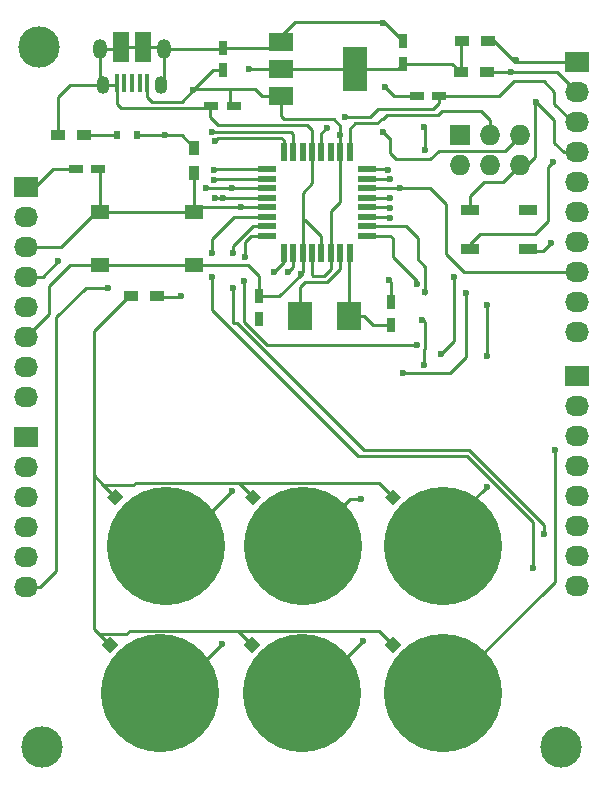
<source format=gtl>
G04 #@! TF.FileFunction,Copper,L1,Top,Signal*
%FSLAX46Y46*%
G04 Gerber Fmt 4.6, Leading zero omitted, Abs format (unit mm)*
G04 Created by KiCad (PCBNEW 4.0.4-stable) date 2017 January 13, Friday 02:46:46*
%MOMM*%
%LPD*%
G01*
G04 APERTURE LIST*
%ADD10C,0.100000*%
%ADD11R,2.032000X1.727200*%
%ADD12O,2.032000X1.727200*%
%ADD13R,0.550000X1.600000*%
%ADD14R,1.600000X0.550000*%
%ADD15R,1.550000X1.300000*%
%ADD16R,0.750000X1.200000*%
%ADD17R,1.200000X0.750000*%
%ADD18R,0.600000X0.800000*%
%ADD19R,0.900000X1.200000*%
%ADD20R,1.200000X0.900000*%
%ADD21R,2.000000X3.800000*%
%ADD22R,2.000000X1.500000*%
%ADD23R,1.727200X1.727200*%
%ADD24O,1.727200X1.727200*%
%ADD25R,2.000000X2.400000*%
%ADD26R,0.400000X1.650000*%
%ADD27O,1.100000X1.500000*%
%ADD28O,1.200000X1.700000*%
%ADD29R,1.425000X2.500000*%
%ADD30R,1.500000X0.900000*%
%ADD31C,10.000000*%
%ADD32C,3.500000*%
%ADD33C,0.600000*%
%ADD34C,0.250000*%
G04 APERTURE END LIST*
D10*
D11*
X114706400Y-89611200D03*
D12*
X114706400Y-92151200D03*
X114706400Y-94691200D03*
X114706400Y-97231200D03*
X114706400Y-99771200D03*
X114706400Y-102311200D03*
X114706400Y-104851200D03*
X114706400Y-107391200D03*
D13*
X136493600Y-95182000D03*
X137293600Y-95182000D03*
X138093600Y-95182000D03*
X138893600Y-95182000D03*
X139693600Y-95182000D03*
X140493600Y-95182000D03*
X141293600Y-95182000D03*
X142093600Y-95182000D03*
D14*
X143543600Y-93732000D03*
X143543600Y-92932000D03*
X143543600Y-92132000D03*
X143543600Y-91332000D03*
X143543600Y-90532000D03*
X143543600Y-89732000D03*
X143543600Y-88932000D03*
X143543600Y-88132000D03*
D13*
X142093600Y-86682000D03*
X141293600Y-86682000D03*
X140493600Y-86682000D03*
X139693600Y-86682000D03*
X138893600Y-86682000D03*
X138093600Y-86682000D03*
X137293600Y-86682000D03*
X136493600Y-86682000D03*
D14*
X135043600Y-88132000D03*
X135043600Y-88932000D03*
X135043600Y-89732000D03*
X135043600Y-90532000D03*
X135043600Y-91332000D03*
X135043600Y-92132000D03*
X135043600Y-92932000D03*
X135043600Y-93732000D03*
D15*
X128892200Y-96230000D03*
X120942200Y-96230000D03*
X128892200Y-91730000D03*
X120942200Y-91730000D03*
D16*
X145592800Y-99380000D03*
X145592800Y-101280000D03*
X131368800Y-79740800D03*
X131368800Y-77840800D03*
X146608800Y-79182000D03*
X146608800Y-77282000D03*
D17*
X118887200Y-88087200D03*
X120787200Y-88087200D03*
D18*
X122390800Y-85242400D03*
X124090800Y-85242400D03*
D19*
X128879600Y-86276000D03*
X128879600Y-88476000D03*
D20*
X125763200Y-98856800D03*
X123563200Y-98856800D03*
X151503200Y-79908400D03*
X153703200Y-79908400D03*
X151554000Y-77216000D03*
X153754000Y-77216000D03*
D21*
X142545200Y-79603600D03*
D22*
X136245200Y-79603600D03*
X136245200Y-81903600D03*
X136245200Y-77303600D03*
D17*
X132268000Y-82753200D03*
X130368000Y-82753200D03*
X149641600Y-81889600D03*
X147741600Y-81889600D03*
D16*
X134416800Y-100772000D03*
X134416800Y-98872000D03*
D20*
X119565600Y-85242400D03*
X117365600Y-85242400D03*
D11*
X114706400Y-110794800D03*
D12*
X114706400Y-113334800D03*
X114706400Y-115874800D03*
X114706400Y-118414800D03*
X114706400Y-120954800D03*
X114706400Y-123494800D03*
D23*
X151434800Y-85242400D03*
D24*
X151434800Y-87782400D03*
X153974800Y-85242400D03*
X153974800Y-87782400D03*
X156514800Y-85242400D03*
X156514800Y-87782400D03*
D11*
X161290000Y-79044800D03*
D12*
X161290000Y-81584800D03*
X161290000Y-84124800D03*
X161290000Y-86664800D03*
X161290000Y-89204800D03*
X161290000Y-91744800D03*
X161290000Y-94284800D03*
X161290000Y-96824800D03*
X161290000Y-99364800D03*
X161290000Y-101904800D03*
D11*
X161290000Y-105613200D03*
D12*
X161290000Y-108153200D03*
X161290000Y-110693200D03*
X161290000Y-113233200D03*
X161290000Y-115773200D03*
X161290000Y-118313200D03*
X161290000Y-120853200D03*
X161290000Y-123393200D03*
D25*
X142004000Y-100533200D03*
X137904000Y-100533200D03*
D26*
X124947200Y-80849600D03*
X124297200Y-80849600D03*
X123648100Y-80849600D03*
X122997200Y-80849600D03*
X122347200Y-80849600D03*
D27*
X126072200Y-80974600D03*
X121222200Y-80974600D03*
D28*
X126372200Y-77974600D03*
X120922200Y-77974600D03*
D29*
X124609700Y-77724600D03*
X122684700Y-77724600D03*
D30*
X152285200Y-94868800D03*
X157185200Y-94868800D03*
X157185200Y-91568800D03*
X152285200Y-91568800D03*
D31*
X126492000Y-120000000D03*
D10*
G36*
X122250200Y-116566907D02*
X121543093Y-115859800D01*
X122250200Y-115152693D01*
X122957307Y-115859800D01*
X122250200Y-116566907D01*
X122250200Y-116566907D01*
G37*
D31*
X138125200Y-120000000D03*
D10*
G36*
X133883400Y-116566907D02*
X133176293Y-115859800D01*
X133883400Y-115152693D01*
X134590507Y-115859800D01*
X133883400Y-116566907D01*
X133883400Y-116566907D01*
G37*
D31*
X150000000Y-120000000D03*
D10*
G36*
X145758200Y-116566907D02*
X145051093Y-115859800D01*
X145758200Y-115152693D01*
X146465307Y-115859800D01*
X145758200Y-116566907D01*
X145758200Y-116566907D01*
G37*
D31*
X126000000Y-132500000D03*
D10*
G36*
X121758200Y-129066907D02*
X121051093Y-128359800D01*
X121758200Y-127652693D01*
X122465307Y-128359800D01*
X121758200Y-129066907D01*
X121758200Y-129066907D01*
G37*
D31*
X138023600Y-132500000D03*
D10*
G36*
X133781800Y-129066907D02*
X133074693Y-128359800D01*
X133781800Y-127652693D01*
X134488907Y-128359800D01*
X133781800Y-129066907D01*
X133781800Y-129066907D01*
G37*
D31*
X150000000Y-132500000D03*
D10*
G36*
X145758200Y-129066907D02*
X145051093Y-128359800D01*
X145758200Y-127652693D01*
X146465307Y-128359800D01*
X145758200Y-129066907D01*
X145758200Y-129066907D01*
G37*
D32*
X115773200Y-77774800D03*
X160000000Y-137000000D03*
X116000000Y-137000000D03*
D33*
X148488400Y-86512400D03*
X148386800Y-84531200D03*
X141274800Y-85242400D03*
X159156400Y-94335600D03*
X126441200Y-85242400D03*
X128828800Y-81381600D03*
X137972800Y-96977200D03*
X145389600Y-97485200D03*
X145084800Y-81127600D03*
X157835600Y-82397600D03*
X144932400Y-75692000D03*
X132892800Y-91287600D03*
X144932400Y-84988400D03*
X117398800Y-95910400D03*
X133553200Y-79603600D03*
X135686800Y-96774000D03*
X159448800Y-111900000D03*
X136855200Y-96824800D03*
X148200000Y-100900000D03*
X148400000Y-104700000D03*
X148400000Y-104700000D03*
X143200000Y-128100000D03*
X147777200Y-97840800D03*
X131300000Y-128300000D03*
X148488400Y-98501200D03*
X153700000Y-99600000D03*
X153700000Y-103900000D03*
X153700000Y-115000000D03*
X153700000Y-115000000D03*
X145491200Y-92202000D03*
X151899999Y-98600001D03*
X143000000Y-116000000D03*
X143000000Y-116000000D03*
X146625001Y-105325001D03*
X145491200Y-91389200D03*
X150900000Y-97266600D03*
X149800000Y-103800000D03*
X132100000Y-115400000D03*
X132100000Y-115400000D03*
X145491200Y-90525600D03*
X146354800Y-89732000D03*
X127762000Y-98856800D03*
X130403600Y-84937600D03*
X130657600Y-85750400D03*
X130606800Y-88138000D03*
X130556000Y-89052400D03*
X132080000Y-89732000D03*
X155752800Y-79908400D03*
X129895600Y-89712800D03*
X131318000Y-90525600D03*
X156159200Y-78892400D03*
X130708400Y-90525600D03*
X121615200Y-98145600D03*
X157600000Y-121900000D03*
X157600000Y-121900000D03*
X130400000Y-97200000D03*
X130400000Y-95200000D03*
X158500000Y-119000000D03*
X132200000Y-98200000D03*
X132200000Y-95200000D03*
X147800000Y-103000000D03*
X133096000Y-97536000D03*
X133197600Y-95504000D03*
X145491200Y-88950800D03*
X145288000Y-88138000D03*
X159308800Y-87477600D03*
X140157200Y-84582000D03*
X141681200Y-83667600D03*
D34*
X141293600Y-84886800D02*
X141293600Y-85223600D01*
X148488400Y-84632800D02*
X148488400Y-86512400D01*
X148386800Y-84531200D02*
X148488400Y-84632800D01*
X141293600Y-85223600D02*
X141274800Y-85242400D01*
X159156400Y-94335600D02*
X158800800Y-94691200D01*
X158800800Y-94691200D02*
X158445200Y-95046800D01*
X158445200Y-95046800D02*
X157312400Y-94996000D01*
X157312400Y-94996000D02*
X157185200Y-94868800D01*
X138893600Y-95182000D02*
X138893600Y-97034400D01*
X138893600Y-97034400D02*
X138988800Y-97129600D01*
X140493600Y-95182000D02*
X140493600Y-96539200D01*
X138988800Y-97129600D02*
X138887200Y-97028000D01*
X139903200Y-97129600D02*
X138988800Y-97129600D01*
X140493600Y-96539200D02*
X139903200Y-97129600D01*
X141293600Y-86682000D02*
X141293600Y-90862400D01*
X140493600Y-91662400D02*
X140493600Y-95182000D01*
X141293600Y-90862400D02*
X140493600Y-91662400D01*
X126441200Y-85242400D02*
X127846000Y-85242400D01*
X127846000Y-85242400D02*
X128879600Y-86276000D01*
X136245200Y-81903600D02*
X136245200Y-83616400D01*
X141293600Y-84448400D02*
X141293600Y-84886800D01*
X141293600Y-84886800D02*
X141293600Y-86682000D01*
X140716000Y-83870800D02*
X141293600Y-84448400D01*
X136499600Y-83870800D02*
X140716000Y-83870800D01*
X136245200Y-83616400D02*
X136499600Y-83870800D01*
X124090800Y-85242400D02*
X126441200Y-85242400D01*
X128828800Y-81280000D02*
X128905000Y-81356200D01*
X128828800Y-81381600D02*
X128828800Y-81280000D01*
X131927600Y-81356200D02*
X131927600Y-82412800D01*
X131927600Y-82412800D02*
X132268000Y-82753200D01*
X128905000Y-81356200D02*
X131927600Y-81356200D01*
X131927600Y-81356200D02*
X134086600Y-81356200D01*
X134634000Y-81903600D02*
X136245200Y-81903600D01*
X134086600Y-81356200D02*
X134634000Y-81903600D01*
X124947200Y-80849600D02*
X124947200Y-82021200D01*
X127863600Y-82397600D02*
X128905000Y-81356200D01*
X125323600Y-82397600D02*
X127863600Y-82397600D01*
X124947200Y-82021200D02*
X125323600Y-82397600D01*
X130520400Y-79740800D02*
X131368800Y-79740800D01*
X128905000Y-81356200D02*
X130520400Y-79740800D01*
X137972800Y-96977200D02*
X137972800Y-97028000D01*
X136128800Y-98872000D02*
X134416800Y-98872000D01*
X137972800Y-97028000D02*
X136128800Y-98872000D01*
X128892200Y-96230000D02*
X133466400Y-96230000D01*
X133466400Y-96230000D02*
X134416800Y-97180400D01*
X134416800Y-97180400D02*
X134416800Y-98872000D01*
X145592800Y-99380000D02*
X145592800Y-97688400D01*
X145389600Y-97485200D02*
X145592800Y-97688400D01*
X152285200Y-91568800D02*
X152285200Y-90386400D01*
X155092400Y-89204800D02*
X156514800Y-87782400D01*
X153466800Y-89204800D02*
X155092400Y-89204800D01*
X152285200Y-90386400D02*
X153466800Y-89204800D01*
X147741600Y-81889600D02*
X145846800Y-81889600D01*
X145846800Y-81889600D02*
X145084800Y-81127600D01*
X144932400Y-75793600D02*
X144932400Y-75692000D01*
X120942200Y-96230000D02*
X118400000Y-96230000D01*
X116636800Y-100380800D02*
X114706400Y-102311200D01*
X116636800Y-97993200D02*
X116636800Y-100380800D01*
X118400000Y-96230000D02*
X116636800Y-97993200D01*
X161290000Y-86664800D02*
X160223200Y-86664800D01*
X160223200Y-86664800D02*
X159410400Y-85852000D01*
X159410400Y-85852000D02*
X159410400Y-83972400D01*
X159410400Y-83972400D02*
X157835600Y-82397600D01*
X157835600Y-82397600D02*
X157784800Y-82346800D01*
X157784800Y-82448400D02*
X157784800Y-82346800D01*
X157784800Y-87071200D02*
X157784800Y-82448400D01*
X157784800Y-87071200D02*
X157073600Y-87782400D01*
X156514800Y-87782400D02*
X157073600Y-87782400D01*
X138093600Y-95182000D02*
X138093600Y-96856400D01*
X134467600Y-98602800D02*
X134416800Y-98872000D01*
X138093600Y-96856400D02*
X137972800Y-96977200D01*
X138093600Y-92405200D02*
X138328400Y-92405200D01*
X139693600Y-93770400D02*
X139693600Y-95182000D01*
X138328400Y-92405200D02*
X139693600Y-93770400D01*
X138893600Y-86682000D02*
X138893600Y-89300000D01*
X138093600Y-90100000D02*
X138093600Y-92405200D01*
X138093600Y-92405200D02*
X138093600Y-95182000D01*
X138893600Y-89300000D02*
X138093600Y-90100000D01*
X120942200Y-96230000D02*
X128892200Y-96230000D01*
X156514800Y-87782400D02*
X156514800Y-88138000D01*
X156514800Y-87782400D02*
X156718000Y-87782400D01*
X138893600Y-86682000D02*
X138893600Y-84829600D01*
X130251200Y-83667600D02*
X130251200Y-82870000D01*
X130962400Y-84378800D02*
X130251200Y-83667600D01*
X138442800Y-84378800D02*
X130962400Y-84378800D01*
X138893600Y-84829600D02*
X138442800Y-84378800D01*
X130251200Y-82870000D02*
X130368000Y-82753200D01*
X121222200Y-80974600D02*
X118415400Y-80974600D01*
X117365600Y-82024400D02*
X117365600Y-85242400D01*
X118415400Y-80974600D02*
X117365600Y-82024400D01*
X143967200Y-75641200D02*
X144968000Y-75641200D01*
X137464800Y-75641200D02*
X143967200Y-75641200D01*
X136245200Y-76860800D02*
X137464800Y-75641200D01*
X144968000Y-75641200D02*
X146608800Y-77282000D01*
X136245200Y-77303600D02*
X136245200Y-76860800D01*
X131368800Y-77840800D02*
X135708000Y-77840800D01*
X135708000Y-77840800D02*
X136245200Y-77303600D01*
X126372200Y-77974600D02*
X131235000Y-77974600D01*
X131235000Y-77974600D02*
X131368800Y-77840800D01*
X122347200Y-80849600D02*
X122347200Y-82570800D01*
X122732800Y-82956400D02*
X130164800Y-82956400D01*
X122347200Y-82570800D02*
X122732800Y-82956400D01*
X130164800Y-82956400D02*
X130368000Y-82753200D01*
X121222200Y-80974600D02*
X122222200Y-80974600D01*
X122222200Y-80974600D02*
X122347200Y-80849600D01*
X120922200Y-77974600D02*
X120922200Y-80674600D01*
X120922200Y-80674600D02*
X121222200Y-80974600D01*
X126372200Y-77974600D02*
X126372200Y-80674600D01*
X126372200Y-80674600D02*
X126072200Y-80974600D01*
X124609700Y-77724600D02*
X126122200Y-77724600D01*
X126122200Y-77724600D02*
X126372200Y-77974600D01*
X122684700Y-77724600D02*
X124609700Y-77724600D01*
X120922200Y-77974600D02*
X122434700Y-77974600D01*
X122434700Y-77974600D02*
X122684700Y-77724600D01*
X145491200Y-85496400D02*
X145440400Y-85496400D01*
X145491200Y-86766400D02*
X145491200Y-85496400D01*
X145999200Y-87274400D02*
X145491200Y-86766400D01*
X148894800Y-87274400D02*
X145999200Y-87274400D01*
X149606000Y-86563200D02*
X148894800Y-87274400D01*
X155244800Y-86563200D02*
X149606000Y-86563200D01*
X156514800Y-85293200D02*
X155244800Y-86563200D01*
X132892800Y-91332000D02*
X135043600Y-91332000D01*
X132892800Y-91287600D02*
X132892800Y-91332000D01*
X145440400Y-85496400D02*
X144932400Y-84988400D01*
X156514800Y-85242400D02*
X156514800Y-85293200D01*
X135043600Y-91332000D02*
X132791200Y-91332000D01*
X132791200Y-91332000D02*
X129290200Y-91332000D01*
X129290200Y-91332000D02*
X128892200Y-91730000D01*
X128879600Y-88476000D02*
X128879600Y-91717400D01*
X128879600Y-91717400D02*
X128892200Y-91730000D01*
X120942200Y-91730000D02*
X128892200Y-91730000D01*
X120942200Y-91730000D02*
X120942200Y-88242200D01*
X120942200Y-88242200D02*
X120787200Y-88087200D01*
X114706400Y-94691200D02*
X117602000Y-94691200D01*
X117602000Y-94691200D02*
X120563200Y-91730000D01*
X120563200Y-91730000D02*
X120942200Y-91730000D01*
X114706400Y-89611200D02*
X115417600Y-89611200D01*
X115417600Y-89611200D02*
X116941600Y-88087200D01*
X116941600Y-88087200D02*
X118887200Y-88087200D01*
X136245200Y-79603600D02*
X133553200Y-79603600D01*
X116078000Y-97231200D02*
X114706400Y-97231200D01*
X117398800Y-95910400D02*
X116078000Y-97231200D01*
X146608800Y-79182000D02*
X150776800Y-79182000D01*
X150776800Y-79182000D02*
X151503200Y-79908400D01*
X151503200Y-79908400D02*
X151503200Y-77266800D01*
X151503200Y-77266800D02*
X151554000Y-77216000D01*
X142545200Y-79603600D02*
X146187200Y-79603600D01*
X146187200Y-79603600D02*
X146608800Y-79182000D01*
X136245200Y-79603600D02*
X142545200Y-79603600D01*
X141293600Y-95182000D02*
X141293600Y-96589600D01*
X137904000Y-98062000D02*
X137904000Y-100533200D01*
X138277600Y-97688400D02*
X137904000Y-98062000D01*
X140194800Y-97688400D02*
X138277600Y-97688400D01*
X141293600Y-96589600D02*
X140194800Y-97688400D01*
X136954000Y-101483200D02*
X137904000Y-100533200D01*
X142004000Y-100533200D02*
X143306800Y-100533200D01*
X144053600Y-101280000D02*
X145592800Y-101280000D01*
X143306800Y-100533200D02*
X144053600Y-101280000D01*
X142004000Y-100533200D02*
X142004000Y-95271600D01*
X142004000Y-95271600D02*
X142093600Y-95182000D01*
X119565600Y-85242400D02*
X122390800Y-85242400D01*
X136493600Y-95182000D02*
X136493600Y-95967200D01*
X136493600Y-95967200D02*
X135686800Y-96774000D01*
X159448800Y-111900000D02*
X159448800Y-123051200D01*
X159448800Y-123051200D02*
X150000000Y-132500000D01*
X137293600Y-96386400D02*
X136855200Y-96824800D01*
X137293600Y-95182000D02*
X137293600Y-96386400D01*
X148425001Y-101025001D02*
X148300000Y-100900000D01*
X148300000Y-100900000D02*
X148200000Y-100900000D01*
X148425001Y-103300001D02*
X148425001Y-101025001D01*
X148400000Y-104700000D02*
X148400000Y-103325002D01*
X148400000Y-103325002D02*
X148425001Y-103300001D01*
X138023600Y-132500000D02*
X138800000Y-132500000D01*
X138800000Y-132500000D02*
X143200000Y-128100000D01*
X143543600Y-93732000D02*
X145536000Y-93732000D01*
X147777200Y-97586800D02*
X147777200Y-97840800D01*
X145733200Y-95542800D02*
X147777200Y-97586800D01*
X145733200Y-93929200D02*
X145733200Y-95542800D01*
X145536000Y-93732000D02*
X145733200Y-93929200D01*
X126000000Y-132500000D02*
X127100000Y-132500000D01*
X127100000Y-132500000D02*
X131300000Y-128300000D01*
X143543600Y-92932000D02*
X146844000Y-92932000D01*
X148488400Y-96367600D02*
X148488400Y-98501200D01*
X148488400Y-98501200D02*
X148488400Y-98653600D01*
X147828000Y-95707200D02*
X148488400Y-96367600D01*
X147828000Y-93916000D02*
X147828000Y-95707200D01*
X146844000Y-92932000D02*
X147828000Y-93916000D01*
X153700000Y-103900000D02*
X153700000Y-99600000D01*
X150000000Y-118700000D02*
X153700000Y-115000000D01*
X150000000Y-120000000D02*
X150000000Y-118700000D01*
X143543600Y-92132000D02*
X145421200Y-92132000D01*
X145421200Y-92132000D02*
X145491200Y-92202000D01*
X151899999Y-103999999D02*
X151899999Y-98600001D01*
X143000000Y-116000000D02*
X142125200Y-116000000D01*
X142125200Y-116000000D02*
X138125200Y-120000000D01*
X151899999Y-103999999D02*
X150574997Y-105325001D01*
X150574997Y-105325001D02*
X146625001Y-105325001D01*
X143543600Y-91332000D02*
X145434000Y-91332000D01*
X145434000Y-91332000D02*
X145491200Y-91389200D01*
X150900000Y-102700000D02*
X150900000Y-97266600D01*
X150900000Y-97300000D02*
X150900000Y-97266600D01*
X149800000Y-103800000D02*
X150900000Y-102700000D01*
X127500000Y-120000000D02*
X132100000Y-115400000D01*
X126492000Y-120000000D02*
X127500000Y-120000000D01*
X143543600Y-90532000D02*
X145484800Y-90532000D01*
X145484800Y-90532000D02*
X145491200Y-90525600D01*
X127000000Y-98958400D02*
X125864800Y-98958400D01*
X125864800Y-98958400D02*
X125763200Y-98856800D01*
X126898400Y-98958400D02*
X127000000Y-98958400D01*
X127000000Y-98958400D02*
X127660400Y-98958400D01*
X127762000Y-98856800D02*
X127660400Y-98958400D01*
X161290000Y-96824800D02*
X151739600Y-96824800D01*
X148863200Y-89732000D02*
X146354800Y-89732000D01*
X146354800Y-89732000D02*
X143543600Y-89732000D01*
X150215600Y-91084400D02*
X148863200Y-89732000D01*
X150215600Y-95300800D02*
X150215600Y-91084400D01*
X151739600Y-96824800D02*
X150215600Y-95300800D01*
X160578800Y-96824800D02*
X161290000Y-96824800D01*
X137293600Y-86682000D02*
X137293600Y-85122000D01*
X137109200Y-84937600D02*
X130403600Y-84937600D01*
X137293600Y-85122000D02*
X137109200Y-84937600D01*
X136493600Y-86682000D02*
X136493600Y-85635602D01*
X130962400Y-85445600D02*
X130657600Y-85750400D01*
X136303598Y-85445600D02*
X130962400Y-85445600D01*
X136493600Y-85635602D02*
X136303598Y-85445600D01*
X130612800Y-88132000D02*
X135043600Y-88132000D01*
X130606800Y-88138000D02*
X130612800Y-88132000D01*
X135043600Y-88932000D02*
X130676400Y-88932000D01*
X130676400Y-88932000D02*
X130556000Y-89052400D01*
X135043600Y-89732000D02*
X132080000Y-89732000D01*
X132080000Y-89732000D02*
X129914800Y-89732000D01*
X129914800Y-89732000D02*
X129895600Y-89712800D01*
X153703200Y-79908400D02*
X155752800Y-79908400D01*
X155752800Y-79908400D02*
X159613600Y-79908400D01*
X159613600Y-79908400D02*
X161290000Y-81584800D01*
X156057600Y-78994000D02*
X156159200Y-78892400D01*
X131318000Y-90525600D02*
X131318000Y-90532000D01*
X131318000Y-90532000D02*
X131318000Y-90525600D01*
X131318000Y-90525600D02*
X131318000Y-90532000D01*
X114706400Y-123494800D02*
X115874800Y-123494800D01*
X130714800Y-90532000D02*
X131318000Y-90532000D01*
X131318000Y-90532000D02*
X135043600Y-90532000D01*
X130708400Y-90525600D02*
X130714800Y-90532000D01*
X119735600Y-98145600D02*
X121615200Y-98145600D01*
X117246400Y-100634800D02*
X119735600Y-98145600D01*
X117246400Y-122123200D02*
X117246400Y-100634800D01*
X115874800Y-123494800D02*
X117246400Y-122123200D01*
X153754000Y-77216000D02*
X154279600Y-77216000D01*
X154279600Y-77216000D02*
X156057600Y-78994000D01*
X156057600Y-78994000D02*
X156108400Y-79044800D01*
X156108400Y-79044800D02*
X161290000Y-79044800D01*
X130400000Y-97200000D02*
X130400000Y-99997610D01*
X130400000Y-99997610D02*
X142777382Y-112374992D01*
X142777382Y-112374992D02*
X151999994Y-112374992D01*
X151999994Y-112374992D02*
X157600000Y-117974998D01*
X157600000Y-117974998D02*
X157600000Y-121900000D01*
X130400000Y-94000000D02*
X130400000Y-95200000D01*
X132268000Y-92132000D02*
X130400000Y-94000000D01*
X135043600Y-92132000D02*
X132268000Y-92132000D01*
X158500000Y-118200000D02*
X158500000Y-119000000D01*
X157700000Y-117400000D02*
X158500000Y-118200000D01*
X152200000Y-111900000D02*
X157700000Y-117400000D01*
X143300000Y-111900000D02*
X152200000Y-111900000D01*
X132200000Y-101161200D02*
X132561200Y-101161200D01*
X132561200Y-101161200D02*
X143300000Y-111900000D01*
X132200000Y-98200000D02*
X132200000Y-101161200D01*
X132200000Y-94595190D02*
X132200000Y-95200000D01*
X135043600Y-92932000D02*
X133863190Y-92932000D01*
X133863190Y-92932000D02*
X132200000Y-94595190D01*
X147800000Y-103000000D02*
X135084798Y-103000000D01*
X135084798Y-103000000D02*
X133096000Y-101011202D01*
X133096000Y-101011202D02*
X133096000Y-97960264D01*
X133096000Y-97960264D02*
X133096000Y-97536000D01*
X135043600Y-93732000D02*
X133699600Y-93732000D01*
X133096000Y-97536000D02*
X133146800Y-97586800D01*
X133197600Y-94234000D02*
X133197600Y-95504000D01*
X133699600Y-93732000D02*
X133197600Y-94234000D01*
X145472400Y-88932000D02*
X143543600Y-88932000D01*
X145491200Y-88950800D02*
X145472400Y-88932000D01*
X143543600Y-88132000D02*
X145282000Y-88132000D01*
X145282000Y-88132000D02*
X145288000Y-88138000D01*
X152285200Y-94450400D02*
X153111200Y-93624400D01*
X157734000Y-93624400D02*
X153111200Y-93624400D01*
X158902400Y-92456000D02*
X157734000Y-93624400D01*
X158902400Y-87884000D02*
X158902400Y-92456000D01*
X158902400Y-87884000D02*
X159308800Y-87477600D01*
X152285200Y-94450400D02*
X152285200Y-94868800D01*
X142093600Y-86682000D02*
X142093600Y-84677600D01*
X153974800Y-83921600D02*
X153974800Y-85242400D01*
X153212800Y-83159600D02*
X153974800Y-83921600D01*
X149860000Y-83159600D02*
X153212800Y-83159600D01*
X149504400Y-83515200D02*
X149529800Y-83489800D01*
X149529800Y-83489800D02*
X149860000Y-83159600D01*
X145237200Y-83515200D02*
X147015200Y-83515200D01*
X147015200Y-83515200D02*
X148539200Y-83515200D01*
X148539200Y-83515200D02*
X149504400Y-83515200D01*
X144881600Y-83870800D02*
X145237200Y-83515200D01*
X144780000Y-83870800D02*
X144881600Y-83870800D01*
X144424400Y-84226400D02*
X144780000Y-83870800D01*
X142544800Y-84226400D02*
X144424400Y-84226400D01*
X142093600Y-84677600D02*
X142544800Y-84226400D01*
X161290000Y-84124800D02*
X160985200Y-84124800D01*
X160985200Y-84124800D02*
X159410400Y-82550000D01*
X159410400Y-82550000D02*
X159410400Y-81534000D01*
X159410400Y-81534000D02*
X158496000Y-80619600D01*
X158496000Y-80619600D02*
X155956000Y-80619600D01*
X155956000Y-80619600D02*
X154686000Y-81889600D01*
X154686000Y-81889600D02*
X149641600Y-81889600D01*
X149641600Y-82514400D02*
X149148800Y-83007200D01*
X149641600Y-81889600D02*
X149641600Y-82514400D01*
X139693600Y-85045600D02*
X139693600Y-86682000D01*
X140157200Y-84582000D02*
X139693600Y-85045600D01*
X143814800Y-83667600D02*
X141681200Y-83667600D01*
X144475200Y-83007200D02*
X143814800Y-83667600D01*
X149148800Y-83007200D02*
X144475200Y-83007200D01*
X132596999Y-127174999D02*
X144573399Y-127174999D01*
X144573399Y-127174999D02*
X145758200Y-128359800D01*
X120898400Y-127500000D02*
X121758200Y-128359800D01*
X120898400Y-127500000D02*
X123118998Y-127500000D01*
X120470000Y-127071600D02*
X120898400Y-127500000D01*
X123118998Y-127500000D02*
X123443999Y-127174999D01*
X123443999Y-127174999D02*
X132596999Y-127174999D01*
X132596999Y-127174999D02*
X133357537Y-127935537D01*
X133357537Y-127935537D02*
X133781800Y-128359800D01*
X132698599Y-114674999D02*
X144573399Y-114674999D01*
X144573399Y-114674999D02*
X145758200Y-115859800D01*
X121200000Y-114809600D02*
X120490400Y-114100000D01*
X122250200Y-115859800D02*
X121200000Y-114809600D01*
X121200000Y-114809600D02*
X123801398Y-114809600D01*
X123801398Y-114809600D02*
X123935999Y-114674999D01*
X123935999Y-114674999D02*
X132698599Y-114674999D01*
X132698599Y-114674999D02*
X133459137Y-115435537D01*
X133459137Y-115435537D02*
X133883400Y-115859800D01*
X120470000Y-101800000D02*
X120470000Y-114100000D01*
X120470000Y-114100000D02*
X120470000Y-127071600D01*
X120490400Y-114100000D02*
X120470000Y-114100000D01*
X123563200Y-98856800D02*
X123413200Y-98856800D01*
X123413200Y-98856800D02*
X120470000Y-101800000D01*
M02*

</source>
